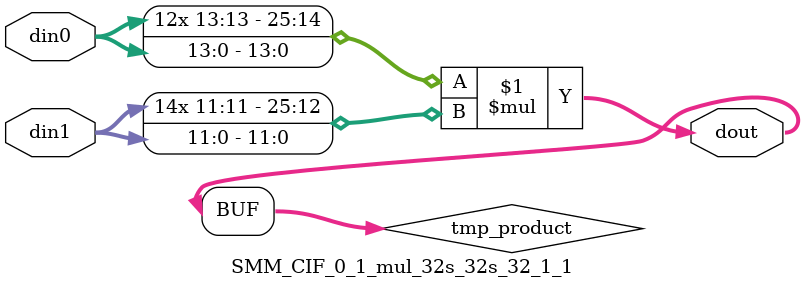
<source format=v>

`timescale 1 ns / 1 ps

  (* use_dsp = "no" *)  module SMM_CIF_0_1_mul_32s_32s_32_1_1(din0, din1, dout);
parameter ID = 1;
parameter NUM_STAGE = 0;
parameter din0_WIDTH = 14;
parameter din1_WIDTH = 12;
parameter dout_WIDTH = 26;

input [din0_WIDTH - 1 : 0] din0; 
input [din1_WIDTH - 1 : 0] din1; 
output [dout_WIDTH - 1 : 0] dout;

wire signed [dout_WIDTH - 1 : 0] tmp_product;













assign tmp_product = $signed(din0) * $signed(din1);








assign dout = tmp_product;







endmodule

</source>
